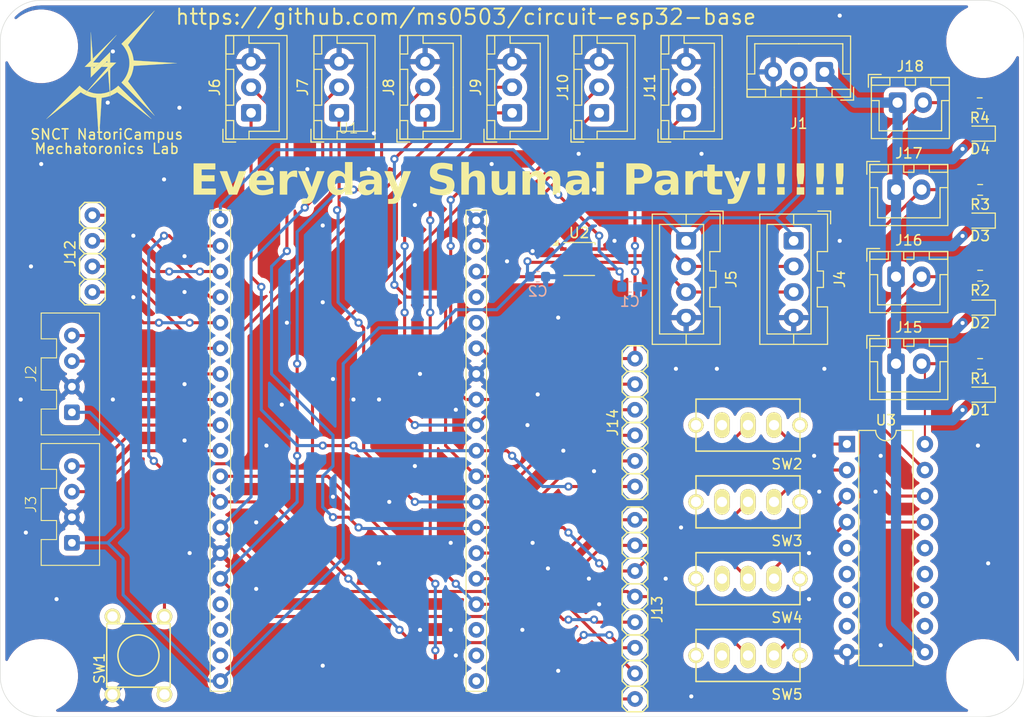
<source format=kicad_pcb>
(kicad_pcb (version 20240108) (generator "pcbnew") (generator_version "8.0")
  (layers (0 "F.Cu" signal) (31 "B.Cu" signal) (34 "B.Paste" user) (35 "F.Paste" user) (36 "B.SilkS" user "B.Silkscreen") (37 "F.SilkS" user "F.Silkscreen") (38 "B.Mask" user) (39 "F.Mask" user) (44 "Edge.Cuts" user))
  (net 0 "")
  (net 1 "+3V3")
  (net 2 "GND")
  (net 3 "+5V")
  (net 4 "Net-(D1-K)")
  (net 5 "+12V")
  (net 6 "Net-(D2-K)")
  (net 7 "Net-(D3-K)")
  (net 8 "Net-(D4-K)")
  (net 9 "UART1_RX")
  (net 10 "UART1_TX")
  (net 11 "UART2_TX")
  (net 12 "UART2_RX")
  (net 13 "CAN_N")
  (net 14 "CAN_P")
  (net 15 "IO_15")
  (net 16 "IO_12")
  (net 17 "IO_14")
  (net 18 "IO_27")
  (net 19 "IO_2")
  (net 20 "IO_0")
  (net 21 "IO_4")
  (net 22 "IO_13")
  (net 23 "DIO_16")
  (net 24 "DIO_19")
  (net 25 "DIO_17")
  (net 26 "DIO_18")
  (net 27 "DIO_5")
  (net 28 "DIO_21")
  (net 29 "IN_39")
  (net 30 "IN_36")
  (net 31 "IN_35")
  (net 32 "IN_34")
  (net 35 "Net-(SW1-A)")
  (net 36 "Net-(SW2-A)")
  (net 39 "Net-(SW3-A)")
  (net 41 "Net-(SW4-A)")
  (net 43 "Net-(SW5-A)")
  (net 45 "Net-(U1-IO22)")
  (net 48 "Net-(U1-IO23)")
  (net 62 "12VIO_1")
  (net 63 "12VIO_2")
  (net 64 "12VIO_3")
  (net 65 "12VIO_4")
  (footprint "Connector_JST:JST_XH_B3B-XH-A_1x03_P2.50mm_Vertical" (layer "F.Cu") (at 124.5 90.5 90)
    (property "Reference" "J6")
    (property "Value" "PWM1")
  )
  (footprint "Connector_JST:JST_XA_B04B-XASK-1_1x04_P2.50mm_Vertical" (layer "F.Cu") (at 167 103 -90)
    (property "Reference" "J5")
    (property "Value" "CAN_2")
  )
  (footprint "Connector_JST:JST_XH_B3B-XH-A_1x03_P2.50mm_Vertical" (layer "F.Cu") (at 150 90.5 90)
    (property "Reference" "J9")
    (property "Value" "PWM4")
  )
  (footprint "circuit-esp32-base:LOGO" (layer "F.Cu") (at 110.5 87)
    (property "Reference" "G***" (hide yes))
    (property "Value" "LOGO" (hide yes))
  )
  (footprint "LED_SMD:LED_0603_1608Metric" (layer "F.Cu") (at 195.7125 109.525 180)
    (property "Reference" "D2")
    (property "Value" "LED")
  )
  (footprint "LED_SMD:LED_0603_1608Metric" (layer "F.Cu") (at 195.7125 118.025 180)
    (property "Reference" "D1")
    (property "Value" "LED")
  )
  (footprint "Resistor_SMD:R_0603_1608Metric" (layer "F.Cu") (at 195.7125 115.025 180)
    (property "Reference" "R1")
    (property "Value" "510Ω")
  )
  (footprint "Resistor_SMD:R_0603_1608Metric" (layer "F.Cu") (at 195.7175 98.025 180)
    (property "Reference" "R3")
    (property "Value" "510Ω")
  )
  (footprint "Connector_JST:JST_XH_B3B-XH-A_1x03_P2.50mm_Vertical" (layer "F.Cu") (at 158.5 90.5 90)
    (property "Reference" "J10")
    (property "Value" "PWM5")
  )
  (footprint "LED_SMD:LED_0603_1608Metric" (layer "F.Cu") (at 195.7125 92.525 180)
    (property "Reference" "D4")
    (property "Value" "LED")
  )
  (footprint "circuit-esp32-base:toggle_1-2" (layer "F.Cu") (at 173.04 143.5 180)
    (property "Reference" "SW5")
    (property "Value" "SW_SPST")
  )
  (footprint "circuit-esp32-base:tact" (layer "F.Cu") (at 113.5 143.5 90)
    (property "Reference" "SW1")
    (property "Value" "RESET")
  )
  (footprint "Package_DFN_QFN:DFN-8-1EP_3x3mm_P0.65mm_EP1.55x2.4mm" (layer "F.Cu") (at 156.55 104.775)
    (property "Reference" "U2")
    (property "Value" "MCP2542WFDxMF")
  )
  (footprint "circuit-esp32-base:4pin" (layer "F.Cu") (at 109 104.25 90)
    (property "Reference" "J12")
    (property "Value" "IN")
  )
  (footprint "circuit-esp32-base:toggle_1-2" (layer "F.Cu") (at 173.04 128.5 180)
    (property "Reference" "SW3")
    (property "Value" "SW_SPST")
  )
  (footprint "circuit-esp32-base:6pin" (layer "F.Cu") (at 162 120.75 90)
    (property "Reference" "J14")
    (property "Value" "DIO_PWM")
  )
  (footprint "Connector_JST:JST_XH_B3B-XH-A_1x03_P2.50mm_Vertical" (layer "F.Cu") (at 133.1 90.5 90)
    (property "Reference" "J7")
    (property "Value" "PWM2")
  )
  (footprint "Connector_JST:JST_XA_B04B-XASK-1_1x04_P2.50mm_Vertical" (layer "F.Cu") (at 177.5 103 -90)
    (property "Reference" "J4")
    (property "Value" "CAN_1")
  )
  (footprint "LED_SMD:LED_0603_1608Metric" (layer "F.Cu") (at 195.7125 101.025 180)
    (property "Reference" "D3")
    (property "Value" "LED")
  )
  (footprint "Connector_JST:JST_XH_B2B-XH-A_1x02_P2.50mm_Vertical" (layer "F.Cu") (at 187.5 106.5)
    (property "Reference" "J16")
    (property "Value" "12VIO_2")
  )
  (footprint "Connector_JST:JST_XH_B3B-XH-A_1x03_P2.50mm_Vertical" (layer "F.Cu") (at 167 90.5 90)
    (property "Reference" "J11")
    (property "Value" "PWM6")
  )
  (footprint "Connector_JST:JST_XH_B3B-XH-A_1x03_P2.50mm_Vertical" (layer "F.Cu") (at 141.5 90.5 90)
    (property "Reference" "J8")
    (property "Value" "PWM3")
  )
  (footprint "circuit-esp32-base:toggle_1-2" (layer "F.Cu") (at 173.04 136 180)
    (property "Reference" "SW4")
    (property "Value" "SW_SPST")
  )
  (footprint "ms0503:DF1B-4P-2.5DSA" (layer "F.Cu") (at 107 116 90)
    (property "Reference" "J2")
    (property "Value" "UART1")
  )
  (footprint "Connector_JST:JST_XH_B2B-XH-A_1x02_P2.50mm_Vertical" (layer "F.Cu") (at 187.65 89.5)
    (property "Reference" "J18")
    (property "Value" "12VIO_4")
  )
  (footprint "Resistor_SMD:R_0603_1608Metric" (layer "F.Cu") (at 195.675 89.56 180)
    (property "Reference" "R4")
    (property "Value" "510Ω")
  )
  (footprint "circuit-esp32-base:holeφ3.2" (layer "F.Cu") (at 196 83.5)
    (property "Reference" " ")
    (property "Value" "holeφ3.2")
  )
  (footprint "circuit-esp32-base:holeφ3.2" (layer "F.Cu") (at 104 145.5)
    (property "Reference" " ")
    (property "Value" "holeφ3.2")
  )
  (footprint "circuit-esp32-base:ESP32-DevKitC-32E" (layer "F.Cu") (at 134 123.5)
    (property "Reference" "U1")
    (property "Value" "ESP32-DevKitC-32E")
  )
  (footprint "Package_DIP:DIP-18_W7.62mm" (layer "F.Cu") (at 182.7 122.85)
    (property "Reference" "U3")
    (property "Value" "ULN2801A")
  )
  (footprint "ms0503:DF1B-4P-2.5DSA" (layer "F.Cu") (at 107 128.75 90)
    (property "Reference" "J3")
    (property "Value" "UART2")
  )
  (footprint "circuit-esp32-base:holeφ3.2" (layer "F.Cu") (at 104 84)
    (property "Reference" " ")
    (property "Value" "holeφ3.2")
  )
  (footprint "Resistor_SMD:R_0603_1608Metric" (layer "F.Cu") (at 195.7175 106.4 180)
    (property "Reference" "R2")
    (property "Value" "510Ω")
  )
  (footprint "circuit-esp32-base:toggle_1-2" (layer "F.Cu") (at 173.04 121 180)
    (property "Reference" "SW2")
    (property "Value" "SW_SPST")
  )
  (footprint "circuit-esp32-base:holeφ3.2" (layer "F.Cu") (at 196 145.5)
    (property "Reference" " ")
    (property "Value" "holeφ3.2")
  )
  (footprint "circuit-esp32-base:8pin" (layer "F.Cu") (at 162 139 -90)
    (property "Reference" "J13")
    (property "Value" "IO_PWM")
  )
  (footprint "Connector_JST:JST_XH_B3B-XH-A_1x03_P2.50mm_Vertical" (layer "F.Cu") (at 180.5 86.5 180)
    (property "Reference" "J1")
    (property "Value" "PWR")
  )
  (footprint "Connector_JST:JST_XH_B2B-XH-A_1x02_P2.50mm_Vertical" (layer "F.Cu") (at 187.5 98)
    (property "Reference" "J17")
    (property "Value" "12VIO_3")
  )
  (footprint "Connector_JST:JST_XH_B2B-XH-A_1x02_P2.50mm_Vertical" (layer "F.Cu") (at 187.5 115)
    (property "Reference" "J15")
    (property "Value" "12VIO_1")
  )
  (footprint "Capacitor_SMD:C_0603_1608Metric" (layer "B.Cu") (at 152.5 106.5)
    (property "Reference" "C2")
    (property "Value" "0.1uF")
  )
  (footprint "Capacitor_SMD:C_0603_1608Metric" (layer "B.Cu") (at 161.5 107.5)
    (property "Reference" "C1")
    (property "Value" "0.1uF")
  )
  (gr_arc (start 100 83.5) (mid 101.171573 80.671573) (end 104 79.5) (stroke (width 0.05)) (layer "Edge.Cuts"))
  (gr_arc (start 200 145.5) (mid 198.828427 148.328427) (end 196 149.5) (stroke (width 0.05)) (layer "Edge.Cuts"))
  (gr_line (start 104 79.5) (end 196 79.5) (stroke (width 0.05)) (layer "Edge.Cuts"))
  (gr_arc (start 196 79.5) (mid 198.828427 80.671573) (end 200 83.5) (stroke (width 0.05)) (layer "Edge.Cuts"))
  (gr_line (start 100 83.5) (end 100 145.5) (stroke (width 0.05)) (layer "Edge.Cuts"))
  (gr_arc (start 104 149.5) (mid 101.171573 148.328427) (end 100 145.5) (stroke (width 0.05)) (layer "Edge.Cuts"))
  (gr_line (start 104 149.5) (end 196 149.5) (stroke (width 0.05)) (layer "Edge.Cuts"))
  (gr_line (start 200 83.5) (end 200 145.5) (stroke (width 0.05)) (layer "Edge.Cuts"))
  (gr_text "https://github.com/ms0503/circuit-esp32-base" (at 117 82 0) (layer "F.SilkS") (effects (font (size 1.5 1.5) (thickness 0.1875)) (justify left bottom)))
  (gr_text "Everyday Shumai Party!!!!!" (at 118.5 99 0) (layer "F.SilkS") (effects (font (size 3 3) (thickness 0.3) (bold yes)) (justify left bottom)))
  (segment (start 160.25 105.75) (end 160.5 106) (width 0.3) (layer "F.Cu") (net 1))
  (segment (start 158.1 105.75) (end 160.25 105.75) (width 0.3) (layer "F.Cu") (net 1))
  (segment (start 158.5 102.5) (end 154.5 98.5) (width 0.3) (layer "F.Cu") (net 1))
  (via (at 160.5 106) (size 0.8) (drill 0.4) (layers "F.Cu" "B.Cu") (net 1))
  (via (at 158.5 102.5) (size 0.8) (drill 0.4) (layers "F.Cu" "B.Cu") (net 1))
  (via (at 154.5 98.5) (size 0.8) (drill 0.4) (layers "F.Cu" "B.Cu") (net 1))
  (segment (start 160.725 107.5) (end 160.725 106.225) (width 0.3) (layer "B.Cu") (net 1))
  (segment (start 154.5 98.5) (end 150.1 94.1) (width 0.3) (layer "B.Cu") (net 1))
  (segment (start 121.5 99.5) (end 121.5 101) (width 0.3) (layer "B.Cu") (net 1))
  (segment (start 160.5 106) (end 158.5 104) (width 0.3) (layer "B.Cu") (net 1))
  (segment (start 150.1 94.1) (end 126.9 94.1) (width 0.3) (layer "B.Cu") (net 1))
  (segment (start 160.725 106.225) (end 160.5 106) (width 0.3) (layer "B.Cu") (net 1))
  (segment (start 126.9 94.1) (end 121.5 99.5) (width 0.3) (layer "B.Cu") (net 1))
  (segment (start 158.5 104) (end 158.5 102.5) (width 0.3) (layer "B.Cu") (net 1))
  (segment (start 152.45 104.45) (end 155 104.45) (width 0.3) (layer "F.Cu") (net 2))
  (segment (start 152 104) (end 152.45 104.45) (width 0.3) (layer "F.Cu") (net 2))
  (segment (start 158.1 103.8) (end 159.2 103.8) (width 0.3) (layer "F.Cu") (net 2))
  (segment (start 159.2 103.8) (end 160 103) (width 0.3) (layer "F.Cu") (net 2))
  (via (at 126.5 96) (size 0.8) (drill 0.4) (layers "F.Cu" "B.Cu") (net 2))
  (via (at 140.5 125) (size 0.8) (drill 0.4) (layers "F.Cu" "B.Cu") (net 2))
  (via (at 134.5 118.5) (size 0.8) (drill 0.4) (layers "F.Cu" "B.Cu") (net 2))
  (via (at 156.5 94.5) (size 0.8) (drill 0.4) (layers "F.Cu" "B.Cu") (net 2))
  (via (at 166.5 131) (size 0.8) (drill 0.4) (layers "F.Cu" "B.Cu") (net 2))
  (via (at 127.5 119) (size 0.8) (drill 0.4) (layers "F.Cu" "B.Cu") (net 2))
  (via (at 118 108) (size 0.8) (drill 0.4) (layers "F.Cu" "B.Cu") (net 2))
  (via (at 104 95.5) (size 0.8) (drill 0.4) (layers "F.Cu" "B.Cu") (net 2))
  (via (at 131.5 101.5) (size 0.8) (drill 0.4) (layers "F.Cu" "B.Cu") (net 2))
  (via (at 136 96) (size 0.8) (drill 0.4) (layers "F.Cu" "B.Cu") (net 2))
  (via (at 113 102.5) (size 0.8) (drill 0.4) (layers "F.Cu" "B.Cu") (net 2))
  (via (at 179 133.5) (size 0.8) (drill 0.4) (layers "F.Cu" "B.Cu") (net 2))
  (via (at 152 104) (size 0.8) (drill 0.4) (layers "F.Cu" "B.Cu") (net 2))
  (via (at 154.5 110.5) (size 0.8) (drill 0.4) (layers "F.Cu" "B.Cu") (net 2))
  (via (at 137 118.5) (size 0.8) (drill 0.4) (layers "F.Cu" "B.Cu") (net 2))
  (via (at 118 122.5) (size 0.8) (drill 0.4) (layers "F.Cu" "B.Cu") (net 2))
  (via (at 125 137) (size 0.8) (drill 0.4) (layers "F.Cu" "B.Cu") (net 2))
  (via (at 144.5 119.5) (size 0.8) (drill 0.4) (layers "F.Cu" "B.Cu") (net 2))
  (via (at 179 138) (size 0.8) (drill 0.4) (layers "F.Cu" "B.Cu") (net 2))
  (via (at 102.5 131.5) (size 0.8) (drill 0.4) (layers "F.Cu" "B.Cu") (net 2))
  (via (at 195.5 123) (size 0.8) (drill 0.4) (layers "F.Cu" "B.Cu") (net 2))
  (via (at 166 115.5) (size 0.8) (drill 0.4) (layers "F.Cu" "B.Cu") (net 2))
  (via (at 196.5 134.5) (size 0.8) (drill 0.4) (layers "F.Cu" "B.Cu") (net 2))
  (via (at 105.5 138) (size 0.8) (drill 0.4) (layers "F.Cu" "B.Cu") (net 2))
  (via (at 144.5 143.5) (size 0.8) (drill 0.4) (layers "F.Cu" "B.Cu") (net 2))
  (via (at 141 116) (size 0.8) (drill 0.4) (layers "F.Cu" "B.Cu") (net 2))
  (via (at 168.5 94.5) (size 0.8) (drill 0.4) (layers "F.Cu" "B.Cu") (net 2))
  (via (at 182 103) (size 0.8) (drill 0.4) (layers "F.Cu" "B.Cu") (net 2))
  (via (at 152 132.5) (size 0.8) (drill 0.4) (layers "F.Cu" "B.Cu") (net 2))
  (via (at 154.5 145) (size 0.8) (drill 0.4) (layers "F.Cu" "B.Cu") (net 2))
  (via (at 152.5 118) (size 0.8) (drill 0.4) (layers "F.Cu" "B.Cu") (net 2))
  (via (at 132.5 128) (size 0.8) (drill 0.4) (layers "F.Cu" "B.Cu") (net 2))
  (via (at 172 97) (size 0.8) (drill 0.4) (layers "F.Cu" "B.Cu") (net 2))
  (via (at 128 111) (size 0.8) (drill 0.4) (layers "F.Cu" "B.Cu") (net 2))
  (via (at 155 123.5) (size 0.8) (drill 0.4) (layers "F.Cu" "B.Cu") (net 2))
  (via (at 180 127.5) (size 0.8) (drill 0.4) (layers "F.Cu" "B.Cu") (net 2))
  (via (at 167.5 147.5) (size 0.8) (drill 0.4) (layers "F.Cu" "B.Cu") (net 2))
  (via (at 160 103) (size 0.8) (drill 0.4) (layers "F.Cu" "B.Cu") (net 2))
  (via (at 179.5 124) (size 0.8) (drill 0.4) (layers "F.Cu" "B.Cu") (net 2))
  (via (at 126 123) (size 0.8) (drill 0.4) (layers "F.Cu" "B.Cu") (net 2))
  (via (at 117.5 90) (size 0.8) (drill 0.4) (layers "F.Cu" "B.Cu") (net 2))
  (via (at 118.5 133.5) (size 0.8) (drill 0.4) (layers "F.Cu" "B.Cu") (net 2))
  (via (at 111 84.5) (size 0.8) (drill 0.4) (layers "F.Cu" "B.Cu") (net 2))
  (via (at 157.5 136) (size 0.8) (drill 0.4) (layers "F.Cu" "B.Cu") (net 2))
  (via (at 113 108.5) (size 0.8) (drill 0.4) (layers "F.Cu" "B.Cu") (net 2))
  (via (at 153.5 135) (size 0.8) (drill 0.4) (layers "F.Cu" "B.Cu") (net 2))
  (via (at 151.5 121) (size 0.8) (drill 0.4) (layers "F.Cu" "B.Cu") (net 2))
  (via (at 180.5 115.5) (size 0.8) (drill 0.4) (layers "F.Cu" "B.Cu") (net 2))
  (via (at 116 97) (size 0.8) (drill 0.4) (layers "F.Cu" "B.Cu") (net 2))
  (via (at 136.5 92.5) (size 0.8) (drill 0.4) (layers "F.Cu" "B.Cu") (net 2))
  (via (at 185.5 127.5) (size 0.8) (drill 0.4) (layers "F.Cu" "B.Cu") (net 2))
  (via (at 118 117) (size 0.8) (drill 0.4) (layers "F.Cu" "B.Cu") (net 2))
  (via (at 170 115.5) (size 0.8) (drill 0.4) (layers "F.Cu" "B.Cu") (net 2))
  (via (at 186 142.5) (size 0.8) (drill 0.4) (layers "F.Cu" "B.Cu") (net 2))
  (via (at 131.5 144.5) (size 0.8) (drill 0.4) (layers "F.Cu" "B.Cu") (net 2))
  (via (at 118 104.5) (size 0.8) (drill 0.4) (layers "F.Cu" "B.Cu") (net 2))
  (via (at 144 132.5) (size 0.8) (drill 0.4) (layers "F.Cu" "B.Cu") (net 2))
  (via (at 148 95.5) (size 0.8) (drill 0.4) (layers "F.Cu" "B.Cu") (net 2))
  (via (at 151 141) (size 0.8) (drill 0.4) (layers "F.Cu" "B.Cu") (net 2))
  (via (at 103 105.5) (size 0.8) (drill 0.4) (layers "F.Cu" "B.Cu") (net 2))
  (via (at 138 128.5) (size 0.8) (drill 0.4) (layers "F.Cu" "B.Cu") (net 2))
  (via (at 110.5 89.5) (size 0.8) (drill 0.4) (layers "F.Cu" "B.Cu") (net 2))
  (via (at 111 118.5) (size 0.8) (drill 0.4) (layers "F.Cu" "B.Cu") (net 2))
  (via (at 158.5 138.5) (size 0.8) (drill 0.4) (layers "F.Cu" "B.Cu") (net 2))
  (via (at 158 98) (size 0.8) (drill 0.4) (layers "F.Cu" "B.Cu") (net 2))
  (via (at 186 124) (size 0.8) (drill 0.4) (layers "F.Cu" "B.Cu") (net 2))
  (via (at 141 141) (size 0.8) (drill 0.4) (layers "F.Cu" "B.Cu") (net 2))
  (via (at 140.5 99.5) (size 0.8) (drill 0.4) (layers "F.Cu" "B.Cu") (net 2))
  (via (at 125 130.5) (size 0.8) (drill 0.4) (layers "F.Cu" "B.Cu") (net 2))
  (via (at 137 134.5) (size 0.8) (drill 0.4) (layers "F.Cu" "B.Cu") (net 2))
  (via (at 130 96) (size 0.8) (drill 0.4) (layers "F.Cu" "B.Cu") (net 2))
  (via (at 144 141) (size 0.8) (drill 0.4) (layers "F.Cu" "B.Cu") (net 2))
  (via (at 149.5 105) (size 0.8) (drill 0.4) (layers "F.Cu" "B.Cu") (net 2))
  (via (at 165 136) (size 0.8) (drill 0.4) (layers "F.Cu" "B.Cu") (net 2))
  (via (at 132.5 116.5) (size 0.8) (drill 0.4) (layers "F.Cu" "B.Cu") (net 2))
  (via (at 131.5 109) (size 0.8) (drill 0.4) (layers "F.Cu" "B.Cu") (net 2))
  (via (at 182 81) (size 0.8) (drill 0.4) (layers "F.Cu" "B.Cu") (net 2))
  (via (at 158 125.5) (size 0.8) (drill 0.4) (layers "F.Cu" "B.Cu") (net 2))
  (via (at 102 118.5) (size 0.8) (drill 0.4) (layers "F.Cu" "B.Cu") (net 2))
  (segment (start 151.6 105.1) (end 151.5 105) (width 0.3) (layer "F.Cu") (net 3))
  (segment (start 155 105.1) (end 151.6 105.1) (width 0.3) (layer "F.Cu") (net 3))
  (via (at 151.5 105) (size 0.8) (drill 0.4) (layers "F.Cu" "B.Cu") (net 3))
  (segment (start 133.5 115) (end 133.5 134) (width 0.3) (layer "B.Cu") (net 3))
  (segment (start 137 111.5) (end 133.5 115) (width 0.3) (layer "B.Cu") (net 3))
  (segment (start 178 98.5) (end 175.75 100.75) (width 0.3) (layer "B.Cu") (net 3))
  (segment (start 121.5 146) (end 120.42237 146) (width 0.3) (layer "B.Cu") (net 3))
  (segment (start 175.75 100.75) (end 177.5 102.5) (width 0.3) (layer "B.Cu") (net 3))
  (segment (start 112 137.57763) (end 112 134) (width 0.3) (layer "B.Cu") (net 3))
  (segment (start 108.75 119.75) (end 107 119.75) (width 0.3) (layer "B.Cu") (net 3))
  (segment (start 142.727989 111.5) (end 137 111.5) (width 0.3) (layer "B.Cu") (net 3))
  (segment (start 133.5 134) (end 121.5 146) (width 0.3) (layer "B.Cu") (net 3))
  (segment (start 167 103) (end 164.75 100.75) (width 0.3) (layer "B.Cu") (net 3))
  (segment (start 112 131) (end 112 123) (width 0.3) (layer "B.Cu") (net 3))
  (segment (start 110.5 132.5) (end 112 131) (width 0.3) (layer "B.Cu") (net 3))
  (segment (start 107 132.5) (end 110.5 132.5) (width 0.3) (layer "B.Cu") (net 3))
  (segment (start 151.725 106.5) (end 148.497011 109.727989) (width 0.3) (layer "B.Cu") (net 3))
  (segment (start 164.75 100.75) (end 157.475 100.75) (width 0.3) (layer "B.Cu") (net 3))
  (segment (start 178 86.5) (end 178 98.5) (width 0.3) (layer "B.Cu") (net 3))
  (segment (start 169.25 100.75) (end 167 103) (width 0.3) (layer "B.Cu") (net 3))
  (segment (start 148.497011 109.727989) (end 144.5 109.727989) (width 0.3) (layer "B.Cu") (net 3))
  (segment (start 144.5 109.727989) (end 142.727989 111.5) (width 0.3) (layer "B.Cu") (net 3))
  (segment (start 177.5 102.5) (end 177.5 103) (width 0.3) (layer "B.Cu") (net 3))
  (segment (start 120.42237 146) (end 112 137.57763) (width 0.3) (layer "B.Cu") (net 3))
  (segment (start 151.5 105) (end 151.5 106.275) (width 0.3) (layer "B.Cu") (net 3))
  (segment (start 157.475 100.75) (end 151.725 106.5) (width 0.3) (layer "B.Cu") (net 3))
  (segment (start 110.5 132.5) (end 112 134) (width 0.3) (layer "B.Cu") (net 3))
  (segment (start 151.5 106.275) (end 151.725 106.5) (width 0.3) (layer "B.Cu") (net 3))
  (segment (start 112 123) (end 108.75 119.75) (width 0.3) (layer "B.Cu") (net 3))
  (segment (start 175.75 100.75) (end 169.25 100.75) (width 0.3) (layer "B.Cu") (net 3))
  (segment (start 196.5375 117.9875) (end 196.5 118.025) (width 0.3) (layer "F.Cu") (net 4))
  (segment (start 196.5375 115.025) (end 196.5375 117.9875) (width 0.3) (layer "F.Cu") (net 4))
  (segment (start 194.925 118.6) (end 194 119.525) (width 1) (layer "F.Cu") (net 5))
  (segment (start 194.925 101.6) (end 194 102.525) (width 1) (layer "F.Cu") (net 5))
  (segment (start 194.925 110.1) (end 194 111.025) (width 1) (layer "F.Cu") (net 5))
  (segment (start 194.925 101.025) (end 194.925 101.6) (width 1) (layer "F.Cu") (net 5))
  (segment (start 194.925 109.525) (end 194.925 110.1) (width 1) (layer "F.Cu") (net 5))
  (segment (start 194.925 118.025) (end 194.925 118.6) (width 1) (layer "F.Cu") (net 5))
  (segment (start 194.925 92.525) (end 194.925 93.1) (width 1) (layer "F.Cu") (net 5))
  (segment (start 194.925 93.1) (end 194 94.025) (width 1) (layer "F.Cu") (net 5))
  (via (at 194 94.025) (size 0.8) (drill 0.4) (layers "F.Cu" "B.Cu") (net 5))
  (via (at 194 119.525) (size 0.8) (drill 0.4) (layers "F.Cu" "B.Cu") (net 5))
  (via (at 194 111.025) (size 0.8) (drill 0.4) (layers "F.Cu" "B.Cu") (net 5))
  (via (at 194 102.525) (size 0.8) (drill 0.4) (layers "F.Cu" "B.Cu") (net 5))
  (segment (start 187.65 89.5) (end 183.5 89.5) (width 1) (layer "B.Cu") (net 5))
  (segment (start 193 120.525) (end 187.5 120.525) (width 1) (layer "B.Cu") (net 5))
  (segment (start 180.5 86.5) (end 181 86.5) (width 1) (layer "B.Cu") (net 5))
  (segment (start 193 103.525) (end 187.5 103.525) (width 1) (layer "B.Cu") (net 5))
  (segment (start 194 119.525) (end 193 120.525) (width 1) (layer "B.Cu") (net 5))
  (segment (start 187.5 140.35) (end 187.5 120.525) (width 1) (layer "B.Cu") (net 5))
  (segment (start 187.65 97.85) (end 187.5 98) (width 1) (layer "B.Cu") (net 5))
  (segment (start 194 111.025) (end 193 112.025) (width 1) (layer "B.Cu") (net 5))
  (segment (start 194 102.525) (end 193 103.525) (width 1) (layer "B.Cu") (net 5))
  (segment (start 187.5 112.025) (end 187.5 115) (width 1) (layer "B.Cu") (net 5))
  (segment (start 187.65 89.5) (end 187.65 95.025) (width 1) (layer "B.Cu") (net 5))
  (segment (start 187.5 140.35) (end 190.32 143.17) (width 1) (layer "B.Cu") (net 5))
  (segment (start 194 94.025) (end 193 95.025) (width 1) (layer "B.Cu") (net 5))
  (segment (start 187.5 98) (end 187.5 103.525) (width 1) (layer "B.Cu") (net 5))
  (segment (start 183.5 89.5) (end 180.5 86.5) (width 1) (layer "B.Cu") (net 5))
  (segment (start 193 95.025) (end 187.65 95.025) (width 1) (layer "B.Cu") (net 5))
  (segment (start 193 112.025) (end 187.5 112.025) (width 1) (layer "B.Cu") (net 5))
  (segment (start 187.5 106.5) (end 187.5 112.025) (width 1) (layer "B.Cu") (net 5))
  (segment (start 187.5 103.525) (end 187.5 106.5) (width 1) (layer "B.Cu") (net 5))
  (segment (start 187.5 115) (end 187.5 120.525) (width 1) (layer "B.Cu") (net 5))
  (segment (start 187.65 95.025) (end 187.65 97.85) (width 1) (layer "B.Cu") (net 5))
  (segment (start 196.5 109.525) (end 196.5 106.4425) (width 0.3) (layer "F.Cu") (net 6))
  (segment (start 196.5 106.4425) (end 196.5425 106.4) (width 0.3) (layer "F.Cu") (net 6))
  (segment (start 196.5 101.025) (end 196.5 98.0675) (width 0.3) (layer "F.Cu") (net 7))
  (segment (start 196.5 98.0675) (end 196.5425 98.025) (width 0.3) (layer "F.Cu") (net 7))
  (segment (start 196.5 92.525) (end 196.5 89.56) (width 0.3) (layer "F.Cu") (net 8))
  (segment (start 107 112.25) (end 109.75 112.25) (width 0.3) (layer "F.Cu") (net 9))
  (segment (start 109.75 112.25) (end 113.5 116) (width 0.3) (layer "F.Cu") (net 9))
  (segment (start 113.5 116) (end 121.5 116) (width 0.3) (layer "F.Cu") (net 9))
  (segment (start 109.75 114.75) (end 113.5 118.5) (width 0.3) (layer "F.Cu") (net 10))
  (segment (start 113.5 118.5) (end 121.5 118.5) (width 0.3) (layer "F.Cu") (net 10))
  (segment (start 107 114.75) (end 109.75 114.75) (width 0.3) (layer "F.Cu") (net 10))
  (segment (start 107 127.5) (end 109.5 127.5) (width 0.3) (layer "F.Cu") (net 11))
  (segment (start 113.5 123.5) (end 121.5 123.5) (width 0.3) (layer "F.Cu") (net 11))
  (segment (start 109.5 127.5) (end 113.5 123.5) (width 0.3) (layer "F.Cu") (net 11))
  (segment (start 109.5 125) (end 113.5 121) (width 0.3) (layer "F.Cu") (net 12))
  (segment (start 107 125) (end 109.5 125) (width 0.3) (layer "F.Cu") (net 12))
  (segment (start 113.5 121) (end 121.5 121) (width 0.3) (layer "F.Cu") (net 12))
  (segment (start 167 108) (end 164.1 105.1) (width 0.3) (layer "F.Cu") (net 13))
  (segment (start 177.5 108) (end 167 108) (width 0.3) (layer "F.Cu") (net 13))
  (segment (start 164.1 105.1) (end 158.1 105.1) (width 0.3) (layer "F.Cu") (net 13))
  (segment (start 167 105.5) (end 165.95 104.45) (width 0.3) (layer "F.Cu") (net 14))
  (segment (start 165.95 104.45) (end 158.1 104.45) (width 0.3) (layer "F.Cu") (net 14))
  (segment (start 177.5 105.5) (end 167 105.5) (width 0.3) (layer "F.Cu") (net 14))
  (segment (start 142 134) (end 144.5 136.5) (width 0.3) (layer "F.Cu") (net 15))
  (segment (start 153 93.5) (end 146 93.5) (width 0.3) (layer "F.Cu") (net 15))
  (segment (start 142 97.5) (end 142 101) (width 0.3) (layer "F.Cu") (net 15))
  (segment (start 158.5 88) (end 153 93.5) (width 0.3) (layer "F.Cu") (net 15))
  (segment (start 146 93.5) (end 142 97.5) (width 0.3) (layer "F.Cu") (net 15))
  (segment (start 155.25 138.5) (end 162 145.25) (width 0.3) (layer "F.Cu") (net 15))
  (segment (start 146.5 138.5) (end 155.25 138.5) (width 0.3) (layer "F.Cu") (net 15))
  (segment (start 142 110) (end 142 134) (width 0.3) (layer "F.Cu") (net 15))
  (via (at 144.5 136.5) (size 0.8) (drill 0.4) (layers "F.Cu" "B.Cu") (net 15))
  (via (at 142 101) (size 0.8) (drill 0.4) (layers "F.Cu" "B.Cu") (net 15))
  (via (at 142 110) (size 0.8) (drill 0.4) (layers "F.Cu" "B.Cu") (net 15))
  (segment (start 144.5 136.5) (end 146.5 138.5) (width 0.3) (layer "B.Cu") (net 15))
  (segment (start 142 101) (end 142 110) (width 0.3) (layer "B.Cu") (net 15))
  (segment (start 131.5 89.6) (end 131.5 98) (width 0.3) (layer "F.Cu") (net 16))
  (segment (start 161.75 137.75) (end 161.25288 137.25288) (width 0.3) (layer "F.Cu") (net 16))
  (segment (start 167.29 137.75) (end 173.04 143.5) (width 0.3) (layer "F.Cu") (net 16))
  (segment (start 129.75 99.75) (end 131.5 98) (width 0.3) (layer "F.Cu") (net 16))
  (segment (start 133.1 88) (end 131.5 89.6) (width 0.3) (layer "F.Cu") (net 16))
  (segment (start 127.75288 137.25288) (end 121.5 131) (width 0.3) (layer "F.Cu") (net 16))
  (segment (start 161.25288 137.25288) (end 127.75288 137.25288) (width 0.3) (layer "F.Cu") (net 16))
  (segment (start 162 137.75) (end 167.29 137.75) (width 0.3) (layer "F.Cu") (net 16))
  (segment (start 162 137.75) (end 161.75 137.75) (width 0.3) (layer "F.Cu") (net 16))
  (via (at 129.75 99.75) (size 0.8) (drill 0.4) (layers "F.Cu" "B.Cu") (net 16))
  (segment (start 129.75 99.75) (end 124.5 105) (width 0.3) (layer "B.Cu") (net 16))
  (segment (start 124.5 128) (end 121.5 131) (width 0.3) (layer "B.Cu") (net 16))
  (segment (start 124.5 105) (end 124.5 128) (width 0.3) (layer "B.Cu") (net 16))
  (segment (start 160.75 142.75) (end 159.5 141.5) (width 0.3) (layer "F.Cu") (net 17))
  (segment (start 119.5 126.5) (end 121.5 128.5) (width 0.3) (layer "F.Cu") (net 17))
  (segment (start 150 88) (end 147.5 88) (width 0.3) (layer "F.Cu") (net 17))
  (segment (start 156.252483 142.247517) (end 140.247517 142.247517) (width 0.3) (layer "F.Cu") (net 17))
  (segment (start 140.247517 142.247517) (end 139 141) (width 0.3) (layer "F.Cu") (net 17))
  (segment (start 122.22799 124.77201) (end 120.22799 124.77201) (width 0.3) (layer "F.Cu") (net 17))
  (segment (start 162 142.75) (end 160.75 142.75) (width 0.3) (layer "F.Cu") (net 17))
  (segment (start 123.5 123.5) (end 122.22799 124.77201) (width 0.3) (layer "F.Cu") (net 17))
  (segment (start 147.5 88) (end 123.5 112) (width 0.3) (layer "F.Cu") (net 17))
  (segment (start 134 136) (end 126.5 128.5) (width 0.3) (layer "F.Cu") (net 17))
  (segment (start 157 141.5) (end 156.252483 142.247517) (width 0.3) (layer "F.Cu") (net 17))
  (segment (start 123.5 112) (end 123.5 123.5) (width 0.3) (layer "F.Cu") (net 17))
  (segment (start 126.5 128.5) (end 121.5 128.5) (width 0.3) (layer "F.Cu") (net 17))
  (segment (start 120.22799 124.77201) (end 119.5 125.5) (width 0.3) (layer "F.Cu") (net 17))
  (segment (start 119.5 125.5) (end 119.5 126.5) (width 0.3) (layer "F.Cu") (net 17))
  (via (at 159.5 141.5) (size 0.8) (drill 0.4) (layers "F.Cu" "B.Cu") (net 17))
  (via (at 134 136) (size 0.8) (drill 0.4) (layers "F.Cu" "B.Cu") (net 17))
  (via (at 139 141) (size 0.8) (drill 0.4) (layers "F.Cu" "B.Cu") (net 17))
  (via (at 157 141.5) (size 0.8) (drill 0.4) (layers "F.Cu" "B.Cu") (net 17))
  (segment (start 139 141) (end 134 136) (width 0.3) (layer "B.Cu") (net 17))
  (segment (start 159.5 141.5) (end 157 141.5) (width 0.3) (layer "B.Cu") (net 17))
  (segment (start 132 126) (end 142.5 136.5) (width 0.3) (layer "F.Cu") (net 18))
  (segment (start 145 99.5) (end 130.5 114) (width 0.3) (layer "F.Cu") (net 18))
  (segment (start 145.75 147.75) (end 142.5 144.5) (width 0.3) (layer "F.Cu") (net 18))
  (segment (start 152 99.5) (end 145 99.5) (width 0.3) (layer "F.Cu") (net 18))
  (segment (start 167 88) (end 166.5 88) (width 0.3) (layer "F.Cu") (net 18))
  (segment (start 162 147.75) (end 145.75 147.75) (width 0.3) (layer "F.Cu") (net 18))
  (segment (start 159.25 95.25) (end 156.25 95.25) (width 0.3) (layer "F.Cu") (net 18))
  (segment (start 130.5 114) (end 130.5 126) (width 0.3) (layer "F.Cu") (net 18))
  (segment (start 142.5 144.5) (end 142.5 143) (width 0.3) (layer "F.Cu") (net 18))
  (segment (start 156.25 95.25) (end 152 99.5) (width 0.3) (layer "F.Cu") (net 18))
  (segment (start 121.5 126) (end 132 126) (width 0.3) (layer "F.Cu") (net 18))
  (segment (start 166.5 88) (end 159.25 95.25) (width 0.3) (layer "F.Cu") (net 18))
  (via (at 142.5 136.5) (size 0.8) (drill 0.4) (layers "F.Cu" "B.Cu") (net 18))
  (via (at 142.5 143) (size 0.8) (drill 0.4) (layers "F.Cu" "B.Cu") (net 18))
  (segment (start 142.5 143) (end 142.5 136.5) (width 0.3) (layer "B.Cu") (net 18))
  (segment (start 162 132.75) (end 168.79 132.75) (width 0.3) (layer "F.Cu") (net 19))
  (segment (start 162 132.75) (end 158.875 132.75) (width 0.3) (layer "F.Cu") (net 19))
  (segment (start 155.625 136) (end 146.5 136) (width 0.3) (layer "F.Cu") (net 19))
  (segment (start 168.79 132.75) (end 173.04 128.5) (width 0.3) (layer "F.Cu") (net 19))
  (segment (start 158.875 132.75) (end 155.625 136) (width 0.3) (layer "F.Cu") (net 19))
  (segment (start 155.125 133.5) (end 158.375 130.25) (width 0.3) (layer "F.Cu") (net 20))
  (segment (start 158.375 130.25) (end 162 130.25) (width 0.3) (layer "F.Cu") (net 20))
  (segment (start 163.79 130.25) (end 173.04 121) (width 0.3) (layer "F.Cu") (net 20))
  (segment (start 162 130.25) (end 163.79 130.25) (width 0.3) (layer "F.Cu") (net 20))
  (segment (start 146.5 133.5) (end 155.125 133.5) (width 0.3) (layer "F.Cu") (net 20))
  (segment (start 146.5 131) (end 155 131) (width 0.3) (layer "F.Cu") (net 21))
  (segment (start 162 135.25) (end 163.25 134) (width 0.3) (layer "F.Cu") (net 21))
  (segment (start 159.25 135.25) (end 162 135.25) (width 0.3) (layer "F.Cu") (net 21))
  (segment (start 158.5 134.5) (end 159.25 135.25) (width 0.3) (layer "F.Cu") (net 21))
  (segment (start 147 131) (end 146.5 131) (width 0.3) (layer "F.Cu") (net 21))
  (segment (start 134 130) (end 135 131) (width 0.3) (layer "F.Cu") (net 21))
  (segment (start 155 131) (end 155.5 131.5) (width 0.3) (layer "F.Cu") (net 21))
  (segment (start 128 91.5) (end 128 104) (width 0.3) (layer "F.Cu") (net 21))
  (segment (start 163.25 134) (end 171.04 134) (width 0.3) (layer "F.Cu") (net 21))
  (segment (start 171.04 134) (end 173.04 136) (width 0.3) (layer "F.Cu") (net 21))
  (segment (start 132.5 130) (end 134 130) (width 0.3) (layer "F.Cu") (net 21))
  (segment (start 124.5 88) (end 128 91.5) (width 0.3) (layer "F.Cu") (net 21))
  (via (at 155.5 131.5) (size 0.8) (drill 0.4) (layers "F.Cu" "B.Cu") (net 21))
  (via (at 132.5 130) (size 0.8) (drill 0.4) (layers "F.Cu" "B.Cu") (net 21))
  (via (at 128 104) (size 0.8) (drill 0.4) (layers "F.Cu" "B.Cu") (net 21))
  (via (at 135 131) (size 0.8) (drill 0.4) (layers "F.Cu" "B.Cu") (net 21))
  (via (at 158.5 134.5) (size 0.8) (drill 0.4) (layers "F.Cu" "B.Cu") (net 21))
  (segment (start 131.5 126) (end 131.5 129) (width 0.3) (layer "B.Cu") (net 21))
  (segment (start 126.5 105.5) (end 126.5 116) (width 0.3) (layer "B.Cu") (net 21))
  (segment (start 135 131) (end 135.1 131.1) (width 0.3) (layer "B.Cu") (net 21))
  (segment (start 131.5 129) (end 132.5 130) (width 0.3) (layer "B.Cu") (net 21))
  (segment (start 132.5 122) (end 132.5 125) (width 0.3) (layer "B.Cu") (net 21))
  (segment (start 126.5 116) (end 132.5 122) (width 0.3) (layer "B.Cu") (net 21))
  (segment (start 155.5 131.5) (end 158.5 134.5) (width 0.3) (layer "B.Cu") (net 21))
  (segment (start 132.5 125) (end 131.5 126) (width 0.3) (layer "B.Cu") (net 21))
  (segment (start 128 104) (end 126.5 105.5) (width 0.3) (layer "B.Cu") (net 21))
  (segment (start 146.4 131.1) (end 146.5 131) (width 0.3) (layer "B.Cu") (net 21))
  (segment (start 135.1 131.1) (end 146.4 131.1) (width 0.3) (layer "B.Cu") (net 21))
  (segment (start 137.25 95.810661) (end 135.060661 98) (width 0.3) (layer "F.Cu") (net 22))
  (segment (start 135.060661 98) (end 134.5 98) (width 0.3) (layer "F.Cu") (net 22))
  (segment (start 158.25 140.25) (end 158 140) (width 0.3) (layer "F.Cu") (net 22))
  (segment (start 129 115) (end 129 124) (width 0.3) (layer "F.Cu") (net 22))
  (segment (start 154.693898 139.693898) (end 125.193898 139.693898) (width 0.3) (layer "F.Cu") (net 22))
  (segment (start 137.25 92.25) (end 137.25 95.810661) (width 0.3) (layer "F.Cu") (net 22))
  (segment (start 141.5 88) (end 137.25 92.25) (width 0.3) (layer "F.Cu") (net 22))
  (segment (start 155 140) (end 154.693898 139.693898) (width 0.3) (layer "F.Cu") (net 22))
  (segment (start 162 140.25) (end 158.25 140.25) (width 0.3) (layer "F.Cu") (net 22))
  (segment (start 125.193898 139.693898) (end 121.5 136) (width 0.3) (layer "F.Cu") (net 22))
  (segment (start 155.5 140) (end 155 140) (width 0.3) (layer "F.Cu") (net 22))
  (via (at 134.5 98) (size 0.8) (drill 0.4) (layers "F.Cu" "B.Cu") (net 22))
  (via (at 129 115) (size 0.8) (drill 0.4) (layers "F.Cu" "B.Cu") (net 22))
  (via (at 129 124) (size 0.8) (drill 0.4) (layers "F.Cu" "B.Cu") (net 22))
  (via (at 158 140) (size 0.8) (drill 0.4) (layers "F.Cu" "B.Cu") (net 22))
  (via (at 155.5 140) (size 0.8) (drill 0.4) (layers "F.Cu" "B.Cu") (net 22))
  (segment (start 129 124) (end 129 128.5) (width 0.3) (layer "B.Cu") (net 22))
  (segment (start 129 128.5) (end 121.5 136) (width 0.3) (layer "B.Cu") (net 22))
  (segment (start 134.5 98) (end 133.125 98) (width 0.3) (layer "B.Cu") (net 22))
  (segment (start 129 102.125) (end 129 115) (width 0.3) (layer "B.Cu") (net 22))
  (segment (start 158 140) (end 155.5 140) (width 0.3) (layer "B.Cu") (net 22))
  (segment (start 133.125 98) (end 129 102.125) (width 0.3) (layer "B.Cu") (net 22))
  (segment (start 162 124.5) (end 156.25 124.5) (width 0.3) (layer "F.Cu") (net 23))
  (segment (start 135 111) (end 135.5 111.5) (width 0.3) (layer "F.Cu") (net 23))
  (segment (start 135.5 123.5) (end 140.5 128.5) (width 0.3) (layer "F.Cu") (net 23))
  (segment (start 133.1 90.5) (end 133.1 99.8) (width 0.3) (layer "F.Cu") (net 23))
  (segment (start 156.25 124.5) (end 152.25 128.5) (width 0.3) (layer "F.Cu") (net 23))
  (segment (start 152.25 128.5) (end 146.5 128.5) (width 0.3) (layer "F.Cu") (net 23))
  (segment (start 135.5 111.5) (end 135.5 123.5) (width 0.3) (layer "F.Cu") (net 23))
  (segment (start 133.1 99.8) (end 132.9 100) (width 0.3) (layer "F.Cu") (net 23))
  (via (at 132.9 100) (size 0.8) (drill 0.4) (layers "F.Cu" "B.Cu") (net 23))
  (via (at 140.5 128.5) (size 0.8) (drill 0.4) (layers "F.Cu" "B.Cu") (net 23))
  (via (at 135 111) (size 0.8) (drill 0.4) (layers "F.Cu" "B.Cu") (net 23))
  (segment (start 133 100.1) (end 133 109) (width 0.3) (layer "B.Cu") (net 23))
  (segment (start 133 109) (end 135 111) (width 0.3) (layer "B.Cu") (net 23))
  (segment (start 140.5 128.5) (end 146.5 128.5) (width 0.3) (layer "B.Cu") (net 23))
  (segment (start 132.9 100) (end 133 100.1) (width 0.3) (layer "B.Cu") (net 23))
  (segment (start 146.5 96.5) (end 144 99) (width 0.3) (layer "F.Cu") (net 24))
  (segment (start 145.5 118.5) (end 146.5 118.5) (width 0.3) (layer "F.Cu") (net 24))
  (segment (start 148.5 118.5) (end 150 117) (width 0.3) (layer "F.Cu") (net 24))
  (segment (start 152 96.5) (end 146.5 96.5) (width 0.3) (layer "F.Cu") (net 24))
  (segment (start 144 117) (end 145.5 118.5) (width 0.3) (layer "F.Cu") (net 24))
  (segment (start 146.5 118.5) (end 148.5 118.5) (width 0.3) (layer "F.Cu") (net 24))
  (segment (start 150 117) (end 162 117) (width 0.3) (layer "F.Cu") (net 24))
  (segment (start 158.5 90.5) (end 158 90.5) (width 0.3) (layer "F.Cu") (net 24))
  (segment (start 144 103.5) (end 144 117) (width 0.3) (layer "F.Cu") (net 24))
  (segment (start 158 90.5) (end 152 96.5) (width 0.3) (layer "F.Cu") (net 24))
  (via (at 144 99) (size 0.8) (drill 0.4) (layers "F.Cu" "B.Cu") (net 24))
  (via (at 144 103.5) (size 0.8) (drill 0.4) (layers "F.Cu" "B.Cu") (net 24))
  (segment (start 144 99) (end 144 103.5) (width 0.3) (layer "B.Cu") (net 24))
  (segment (start 142.924264 108.5) (end 143.5 109.075736) (width 0.3) (layer "F.Cu") (net 25))
  (segment (start 141.5 92) (end 138.5 95) (width 0.3) (layer "F.Cu") (net 25))
  (segment (start 150.75 126) (end 146.5 126) (width 0.3) (layer "F.Cu") (net 25))
  (segment (start 138.5 107.3) (end 139.7 108.5) (width 0.3) (layer "F.Cu") (net 25))
  (segment (start 143.5 109.075736) (end 143.5 123) (width 0.3) (layer "F.Cu") (net 25))
  (segment (start 141.5 90.5) (end 141.5 92) (width 0.3) (layer "F.Cu") (net 25))
  (segment (start 143.5 123) (end 146.5 126) (width 0.3) (layer "F.Cu") (net 25))
  (segment (start 154.75 122) (end 150.75 126) (width 0.3) (layer "F.Cu") (net 25))
  (segment (start 162 122) (end 154.75 122) (width 0.3) (layer "F.Cu") (net 25))
  (segment (start 139.7 108.5) (end 142.924264 108.5) (width 0.3) (layer "F.Cu") (net 25))
  (via (at 138.5 107.3) (size 0.8) (drill 0.4) (layers "F.Cu" "B.Cu") (net 25))
  (via (at 138.5 95) (size 0.8) (drill 0.4) (layers "F.Cu" "B.Cu") (net 25))
  (segment (start 138.5 95) (end 138.5 107.3) (width 0.3) (layer "B.Cu") (net 25))
  (segment (start 139.5 120) (end 140.5 121) (width 0.3) (layer "F.Cu") (net 26))
  (segment (start 147 90.5) (end 139.5 98) (width 0.3) (layer "F.Cu") (net 26))
  (segment (start 139.5 98) (end 139.5 103.5) (width 0.3) (layer "F.Cu") (net 26))
  (segment (start 150 90.5) (end 147 90.5) (width 0.3) (layer "F.Cu") (net 26))
  (segment (start 162 119.5) (end 148 119.5) (width 0.3) (layer "F.Cu") (net 26))
  (segment (start 139.5 110) (end 139.5 120) (width 0.3) (layer "F.Cu") (net 26))
  (segment (start 148 119.5) (end 146.5 121) (width 0.3) (layer "F.Cu") (net 26))
  (via (at 140.5 121) (size 0.8) (drill 0.4) (layers "F.Cu" "B.Cu") (net 26))
  (via (at 139.5 110) (size 0.8) (drill 0.4) (layers "F.Cu" "B.Cu") (net 26))
  (via (at 139.5 103.5) (size 0.8) (drill 0.4) (layers "F.Cu" "B.Cu") (net 26))
  (segment (start 140.5 121) (end 146.5 121) (width 0.3) (layer "B.Cu") (net 26))
  (segment (start 139.5 103.5) (end 139.5 110) (width 0.3) (layer "B.Cu") (net 26))
  (segment (start 125.5 107.5) (end 124.5 106.5) (width 0.3) (layer "F.Cu") (net 27))
  (segment (start 131.5 123) (end 134.5 123) (width 0.3) (layer "F.Cu") (net 27))
  (segment (start 124.5 90.5) (end 124.5 106.5) (width 0.3) (layer "F.Cu") (net 27))
  (segment (start 146.5 123.5) (end 149.5 123.5) (width 0.3) (layer "F.Cu") (net 27))
  (segment (start 149.5 123.5) (end 150 124) (width 0.3) (layer "F.Cu") (net 27))
  (segment (start 155.5 127) (end 162 127) (width 0.3) (layer "F.Cu") (net 27))
  (via (at 134.5 123) (size 0.8) (drill 0.4) (layers "F.Cu" "B.Cu") (net 27))
  (via (at 150 124) (size 0.8) (drill 0.4) (layers "F.Cu" "B.Cu") (net 27))
  (via (at 131.5 123) (size 0.8) (drill 0.4) (layers "F.Cu" "B.Cu") (net 27))
  (via (at 125.5 107.5) (size 0.8) (drill 0.4) (layers "F.Cu" "B.Cu") (net 27))
  (via (at 155.5 127) (size 0.8) (drill 0.4) (layers "F.Cu" "B.Cu") (net 27))
  (segment (start 150 124) (end 153 127) (width 0.3) (layer "B.Cu") (net 27))
  (segment (start 135 123.5) (end 146.5 123.5) (width 0.3) (layer "B.Cu") (net 27))
  (segment (start 125.5 107.5) (end 125.5 119.5) (width 0.3) (layer "B.Cu") (net 27))
  (segment (start 125.5 119.5) (end 129 123) (width 0.3) (layer "B.Cu") (net 27))
  (segment (start 153 127) (end 155.5 127) (width 0.3) (layer "B.Cu") (net 27))
  (segment (start 129 123) (end 131.5 123) (width 0.3) (layer "B.Cu") (net 27))
  (segment (start 134.5 123) (end 135 123.5) (width 0.3) (layer "B.Cu") (net 27))
  (segment (start 162 95.5) (end 162 103.5) (width 0.3) (layer "F.Cu") (net 28))
  (segment (start 147 113.5) (end 148 114.5) (width 0.3) (layer "F.Cu") (net 28))
  (segment (start 167 90.5) (end 162 95.5) (width 0.3) (layer "F.Cu") (net 28))
  (segment (start 162 106) (end 162 114.5) (width 0.3) (layer "F.Cu") (net 28))
  (segment (start 148 114.5) (end 162 114.5) (width 0.3) (layer "F.Cu") (net 28))
  (segment (start 146.5 113.5) (end 147 113.5) (width 0.3) (layer "F.Cu") (net 28))
  (via (at 162 106) (size 0.8) (drill 0.4) (layers "F.Cu" "B.Cu") (net 28))
  (via (at 162 103.5) (size 0.8) (drill 0.4) (layers "F.Cu" "B.Cu") (net 28))
  (segment (start 162 103.5) (end 162 106) (width 0.3) (layer "B.Cu") (net 28))
  (segment (start 120.5 108.5) (end 121.5 108.5) (width 0.3) (layer "F.Cu") (net 29))
  (segment (start 112.5 100.5) (end 120.5 108.5) (width 0.3) (layer "F.Cu") (net 29))
  (segment (start 109 100.5) (end 112.5 100.5) (width 0.3) (layer "F.Cu") (net 29))
  (segment (start 116.5 106) (end 115 106) (width 0.3) (layer "F.Cu") (net 30))
  (segment (start 112 103) (end 109 103) (width 0.3) (layer "F.Cu") (net 30))
  (segment (start 115 106) (end 112 103) (width 0.3) (layer "F.Cu") (net 30))
  (segment (start 119.5 106) (end 121.5 106) (width 0.3) (layer "F.Cu") (net 30))
  (via (at 116.5 106) (size 0.8) (drill 0.4) (layers "F.Cu" "B.Cu") (net 30))
  (via (at 119.5 106) (size 0.8) (drill 0.4) (layers "F.Cu" "B.Cu") (net 30))
  (segment (start 116.5 106) (end 119.5 106) (width 0.3) (layer "B.Cu") (net 30))
  (segment (start 119.5 113.5) (end 121.5 113.5) (width 0.3) (layer "F.Cu") (net 31))
  (segment (start 109 105.5) (end 111.5 105.5) (width 0.3) (layer "F.Cu") (net 31))
  (segment (start 111.5 105.5) (end 119.5 113.5) (width 0.3) (layer "F.Cu") (net 31))
  (segment (start 118.5 111) (end 121.5 111) (width 0.3) (layer "F.Cu") (net 32))
  (segment (start 111 108) (end 109 108) (width 0.3) (layer "F.Cu") (net 32))
  (segment (start 115.5 111) (end 114 111) (width 0.3) (layer "F.Cu") (net 32))
  (segment (start 114 111) (end 111 108) (width 0.3) (layer "F.Cu") (net 32))
  (via (at 118.5 111) (size 0.8) (drill 0.4) (layers "F.Cu" "B.Cu") (net 32))
  (via (at 115.5 111) (size 0.8) (drill 0.4) (layers "F.Cu" "B.Cu") (net 32))
  (segment (start 115.5 111) (end 118.5 111) (width 0.3) (layer "B.Cu") (net 32))
  (segment (start 116 102.5) (end 116.5 102.5) (width 0.3) (layer "F.Cu") (net 35))
  (segment (start 116.04 125.54) (end 116.04 139.69) (width 0.3) (layer "F.Cu") (net 35))
  (segment (start 115 124.5) (end 116.04 125.54) (width 0.3) (layer "F.Cu") (net 35))
  (segment (start 116.5 102.5) (end 117.5 103.5) (width 0.3) (layer "F.Cu") (net 35))
  (segment (start 117.5 103.5) (end 121.5 103.5) (width 0.3) (layer "F.Cu") (net 35))
  (via (at 116 102.5) (size 0.8) (drill 0.4) (layers "F.Cu" "B.Cu") (net 35))
  (via (at 115 124.5) (size 0.8) (drill 0.4) (layers "F.Cu" "B.Cu") (net 35))
  (segment (start 114.5 104) (end 116 102.5) (width 0.3) (layer "B.Cu") (net 35))
  (segment (start 114.5 124) (end 114.5 104) (width 0.3) (layer "B.Cu") (net 35))
  (segment (start 115 124.5) (end 114.5 124) (width 0.3) (layer "B.Cu") (net 35))
  (segment (start 177.43 122.85) (end 182.7 122.85) (width 0.3) (layer "F.Cu") (net 36))
  (segment (start 175.58 121) (end 177.43 122.85) (width 0.3) (layer "F.Cu") (net 36))
  (segment (start 178.69 125.39) (end 182.7 125.39) (width 0.3) (layer "F.Cu") (net 39))
  (segment (start 175.58 128.5) (end 178.69 125.39) (width 0.3) (layer "F.Cu") (net 39))
  (segment (start 175.58 136) (end 175.58 135.05) (width 0.3) (layer "F.Cu") (net 41))
  (segment (start 175.58 135.05) (end 182.7 127.93) (width 0.3) (layer "F.Cu") (net 41))
  (segment (start 180 133.17) (end 182.7 130.47) (width 0.3) (layer "F.Cu") (net 43))
  (segment (start 175.58 143.5) (end 180 139.08) (width 0.3) (layer "F.Cu") (net 43))
  (segment (start 180 139.08) (end 180 133.17) (width 0.3) (layer "F.Cu") (net 43))
  (segment (start 155 105.75) (end 154.25 106.5) (width 0.3) (layer "F.Cu") (net 45))
  (segment (start 154.25 106.5) (end 147 106.5) (width 0.3) (layer "F.Cu") (net 45))
  (segment (start 147 106.5) (end 146.5 106) (width 0.3) (layer "F.Cu") (net 45))
  (segment (start 147 103) (end 146.5 103.5) (width 0.3) (layer "F.Cu") (net 48))
  (segment (start 154.2 103) (end 147 103) (width 0.3) (layer "F.Cu") (net 48))
  (segment (start 155 103.8) (end 154.2 103) (width 0.3) (layer "F.Cu") (net 48))
  (segment (start 194.8625 115) (end 194.8875 115.025) (width 0.3) (layer "F.Cu") (net 62))
  (segment (start 190 115) (end 194.8625 115) (width 0.3) (layer "F.Cu") (net 62))
  (segment (start 190.32 115.32) (end 190 115) (width 0.2) (layer "F.Cu") (net 62))
  (segment (start 190.32 122.85) (end 190.32 115.32) (width 0.2) (layer "F.Cu") (net 62))
  (segment (start 190 106.5) (end 194.7925 106.5) (width 0.3) (layer "F.Cu") (net 63))
  (segment (start 190 106.525) (end 190 106.5) (width 0.3) (layer "F.Cu") (net 63))
  (segment (start 186 110.525) (end 186 121.07) (width 0.3) (layer "F.Cu") (net 63))
  (segment (start 186 110.525) (end 190 106.525) (width 0.3) (layer "F.Cu") (net 63))
  (segment (start 190.32 125.39) (end 186 121.07) (width 0.3) (layer "F.Cu") (net 63))
  (segment (start 194.7925 106.5) (end 194.8925 106.4) (width 0.3) (layer "F.Cu") (net 63))
  (segment (start 194.8675 98) (end 194.8925 98.025) (width 0.3) (layer "F.Cu") (net 64))
  (segment (start 190 98) (end 194.8675 98) (width 0.3) (layer "F.Cu") (net 64))
  (segment (start 190.32 127.93) (end 187.93 127.93) (width 0.3) (layer "F.Cu") (net 64))
  (segment (start 185 103) (end 190 98) (width 0.3) (layer "F.Cu") (net 64))
  (segment (start 187.93 127.93) (end 185 125) (width 0.3) (layer "F.Cu") (net 64))
  (segment (start 185 103) (end 185 125) (width 0.3) (layer "F.Cu") (net 64))
  (segment (start 186.47 130.47) (end 184 128) (width 0.3) (layer "F.Cu") (net 65))
  (segment (start 184 95.65) (end 190.15 89.5) (width 0.3) (layer "F.Cu") (net 65))
  (segment (start 190.15 89.5) (end 194.79 89.5) (width 0.3) (layer "F.Cu") (net 65))
  (segment (start 194.79 89.5) (end 194.85 89.56) (width 0.3) (layer "F.Cu") (net 65))
  (segment (start 190.21 89.56) (end 190.15 89.5) (width 0.3) (layer "F.Cu") (net 65))
  (segment (start 190.32 130.47) (end 186.47 130.47) (width 0.3) (layer "F.Cu") (net 65))
  (segment (start 184 95.65) (end 184 128) (width 0.3) (layer "F.Cu") (net 65))
  (zone (net 2) (net_name "GND") (layer "F.Cu") (connect_pads (clearance 0.5)) (min_thickness 0.25) (fill yes (thermal_gap 0.5) (thermal_bridge_width 0.5))
    (polygon (pts (xy 100 79.5) (xy 200 79.5) (xy 200 149.5) (xy 100 149.5)))
  )
  (zone (net 2) (net_name "GND") (layer "B.Cu") (priority 1) (connect_pads (clearance 0.5)) (min_thickness 0.25) (fill yes (thermal_gap 0.5) (thermal_bridge_width 0.5))
    (polygon (pts (xy 100 79.5) (xy 200 79.5) (xy 200 149.5) (xy 100 149.5)))
  )
)
</source>
